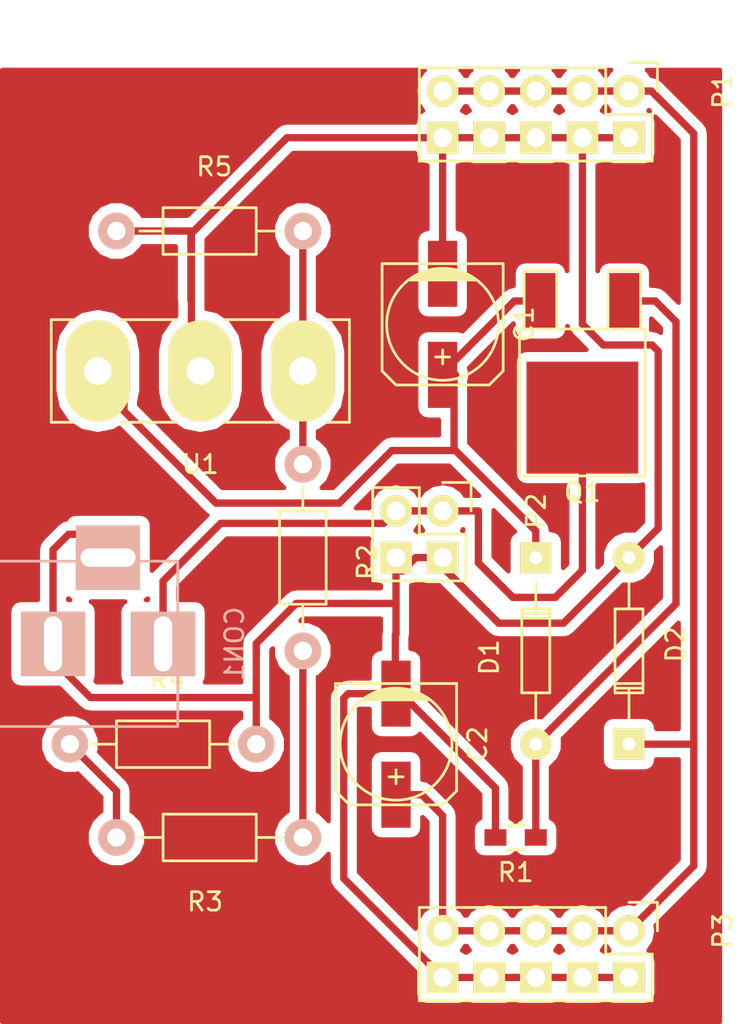
<source format=kicad_pcb>
(kicad_pcb (version 4) (host pcbnew 4.0.2+dfsg1-stable)

  (general
    (links 43)
    (no_connects 1)
    (area 135.684379 74.701666 181.535 128.498333)
    (thickness 1.6)
    (drawings 0)
    (tracks 122)
    (zones 0)
    (modules 15)
    (nets 9)
  )

  (page A4)
  (layers
    (0 F.Cu signal)
    (31 B.Cu signal hide)
    (32 B.Adhes user)
    (33 F.Adhes user)
    (34 B.Paste user)
    (35 F.Paste user)
    (36 B.SilkS user)
    (37 F.SilkS user)
    (38 B.Mask user)
    (39 F.Mask user)
    (40 Dwgs.User user)
    (41 Cmts.User user)
    (42 Eco1.User user)
    (43 Eco2.User user)
    (44 Edge.Cuts user)
    (45 Margin user)
    (46 B.CrtYd user)
    (47 F.CrtYd user)
    (48 B.Fab user)
    (49 F.Fab user)
  )

  (setup
    (last_trace_width 0.4)
    (trace_clearance 0.4)
    (zone_clearance 0.508)
    (zone_45_only no)
    (trace_min 0.2)
    (segment_width 0.2)
    (edge_width 0.15)
    (via_size 0.6)
    (via_drill 0.4)
    (via_min_size 0.4)
    (via_min_drill 0.3)
    (uvia_size 0.3)
    (uvia_drill 0.1)
    (uvias_allowed no)
    (uvia_min_size 0.2)
    (uvia_min_drill 0.1)
    (pcb_text_width 0.3)
    (pcb_text_size 1.5 1.5)
    (mod_edge_width 0.15)
    (mod_text_size 1 1)
    (mod_text_width 0.15)
    (pad_size 1.651 3.048)
    (pad_drill 0)
    (pad_to_mask_clearance 0.2)
    (aux_axis_origin 0 0)
    (visible_elements FFFFFF7F)
    (pcbplotparams
      (layerselection 0x00000_00000001)
      (usegerberextensions false)
      (excludeedgelayer true)
      (linewidth 0.100000)
      (plotframeref false)
      (viasonmask false)
      (mode 1)
      (useauxorigin false)
      (hpglpennumber 1)
      (hpglpenspeed 20)
      (hpglpendiameter 15)
      (hpglpenoverlay 2)
      (psnegative false)
      (psa4output false)
      (plotreference true)
      (plotvalue true)
      (plotinvisibletext false)
      (padsonsilk false)
      (subtractmaskfromsilk false)
      (outputformat 4)
      (mirror true)
      (drillshape 1)
      (scaleselection 1)
      (outputdirectory ""))
  )

  (net 0 "")
  (net 1 "Net-(C1-Pad1)")
  (net 2 GND)
  (net 3 "Net-(C2-Pad1)")
  (net 4 "Net-(D1-Pad2)")
  (net 5 VCC)
  (net 6 "Net-(R2-Pad1)")
  (net 7 "Net-(R2-Pad2)")
  (net 8 "Net-(R3-Pad2)")

  (net_class Default "This is the default net class."
    (clearance 0.4)
    (trace_width 0.4)
    (via_dia 0.6)
    (via_drill 0.4)
    (uvia_dia 0.3)
    (uvia_drill 0.1)
    (add_net GND)
    (add_net "Net-(C1-Pad1)")
    (add_net "Net-(C2-Pad1)")
    (add_net "Net-(D1-Pad2)")
    (add_net "Net-(R2-Pad1)")
    (add_net "Net-(R2-Pad2)")
    (add_net "Net-(R3-Pad2)")
    (add_net VCC)
  )

  (module Capacitors_SMD:c_elec_6.3x5.3 (layer F.Cu) (tedit 55725E31) (tstamp 5AAB3AA7)
    (at 165.1 88.9 270)
    (descr "SMT capacitor, aluminium electrolytic, 6.3x5.3")
    (path /5AA2005A)
    (attr smd)
    (fp_text reference C1 (at 0 -4.445 270) (layer F.SilkS)
      (effects (font (size 1 1) (thickness 0.15)))
    )
    (fp_text value "100 µF" (at 0 4.445 270) (layer F.Fab)
      (effects (font (size 1 1) (thickness 0.15)))
    )
    (fp_line (start -4.85 -3.65) (end 4.85 -3.65) (layer F.CrtYd) (width 0.05))
    (fp_line (start 4.85 -3.65) (end 4.85 3.65) (layer F.CrtYd) (width 0.05))
    (fp_line (start 4.85 3.65) (end -4.85 3.65) (layer F.CrtYd) (width 0.05))
    (fp_line (start -4.85 3.65) (end -4.85 -3.65) (layer F.CrtYd) (width 0.05))
    (fp_line (start -2.921 -0.762) (end -2.921 0.762) (layer F.SilkS) (width 0.15))
    (fp_line (start -2.794 1.143) (end -2.794 -1.143) (layer F.SilkS) (width 0.15))
    (fp_line (start -2.667 -1.397) (end -2.667 1.397) (layer F.SilkS) (width 0.15))
    (fp_line (start -2.54 1.651) (end -2.54 -1.651) (layer F.SilkS) (width 0.15))
    (fp_line (start -2.413 -1.778) (end -2.413 1.778) (layer F.SilkS) (width 0.15))
    (fp_line (start -3.302 -3.302) (end -3.302 3.302) (layer F.SilkS) (width 0.15))
    (fp_line (start -3.302 3.302) (end 2.54 3.302) (layer F.SilkS) (width 0.15))
    (fp_line (start 2.54 3.302) (end 3.302 2.54) (layer F.SilkS) (width 0.15))
    (fp_line (start 3.302 2.54) (end 3.302 -2.54) (layer F.SilkS) (width 0.15))
    (fp_line (start 3.302 -2.54) (end 2.54 -3.302) (layer F.SilkS) (width 0.15))
    (fp_line (start 2.54 -3.302) (end -3.302 -3.302) (layer F.SilkS) (width 0.15))
    (fp_line (start 2.159 0) (end 1.397 0) (layer F.SilkS) (width 0.15))
    (fp_line (start 1.778 -0.381) (end 1.778 0.381) (layer F.SilkS) (width 0.15))
    (fp_circle (center 0 0) (end -3.048 0) (layer F.SilkS) (width 0.15))
    (pad 1 smd rect (at 2.75082 0 270) (size 3.59918 1.6002) (layers F.Cu F.Paste F.Mask)
      (net 1 "Net-(C1-Pad1)"))
    (pad 2 smd rect (at -2.75082 0 270) (size 3.59918 1.6002) (layers F.Cu F.Paste F.Mask)
      (net 2 GND))
    (model Capacitors_SMD.3dshapes/c_elec_6.3x5.3.wrl
      (at (xyz 0 0 0))
      (scale (xyz 1 1 1))
      (rotate (xyz 0 0 0))
    )
  )

  (module Capacitors_SMD:c_elec_6.3x5.3 (layer F.Cu) (tedit 55725E31) (tstamp 5AAB3AAD)
    (at 162.56 111.76 270)
    (descr "SMT capacitor, aluminium electrolytic, 6.3x5.3")
    (path /5AA200EB)
    (attr smd)
    (fp_text reference C2 (at 0 -4.445 270) (layer F.SilkS)
      (effects (font (size 1 1) (thickness 0.15)))
    )
    (fp_text value "100 µF" (at 0 4.445 270) (layer F.Fab)
      (effects (font (size 1 1) (thickness 0.15)))
    )
    (fp_line (start -4.85 -3.65) (end 4.85 -3.65) (layer F.CrtYd) (width 0.05))
    (fp_line (start 4.85 -3.65) (end 4.85 3.65) (layer F.CrtYd) (width 0.05))
    (fp_line (start 4.85 3.65) (end -4.85 3.65) (layer F.CrtYd) (width 0.05))
    (fp_line (start -4.85 3.65) (end -4.85 -3.65) (layer F.CrtYd) (width 0.05))
    (fp_line (start -2.921 -0.762) (end -2.921 0.762) (layer F.SilkS) (width 0.15))
    (fp_line (start -2.794 1.143) (end -2.794 -1.143) (layer F.SilkS) (width 0.15))
    (fp_line (start -2.667 -1.397) (end -2.667 1.397) (layer F.SilkS) (width 0.15))
    (fp_line (start -2.54 1.651) (end -2.54 -1.651) (layer F.SilkS) (width 0.15))
    (fp_line (start -2.413 -1.778) (end -2.413 1.778) (layer F.SilkS) (width 0.15))
    (fp_line (start -3.302 -3.302) (end -3.302 3.302) (layer F.SilkS) (width 0.15))
    (fp_line (start -3.302 3.302) (end 2.54 3.302) (layer F.SilkS) (width 0.15))
    (fp_line (start 2.54 3.302) (end 3.302 2.54) (layer F.SilkS) (width 0.15))
    (fp_line (start 3.302 2.54) (end 3.302 -2.54) (layer F.SilkS) (width 0.15))
    (fp_line (start 3.302 -2.54) (end 2.54 -3.302) (layer F.SilkS) (width 0.15))
    (fp_line (start 2.54 -3.302) (end -3.302 -3.302) (layer F.SilkS) (width 0.15))
    (fp_line (start 2.159 0) (end 1.397 0) (layer F.SilkS) (width 0.15))
    (fp_line (start 1.778 -0.381) (end 1.778 0.381) (layer F.SilkS) (width 0.15))
    (fp_circle (center 0 0) (end -3.048 0) (layer F.SilkS) (width 0.15))
    (pad 1 smd rect (at 2.75082 0 270) (size 3.59918 1.6002) (layers F.Cu F.Paste F.Mask)
      (net 3 "Net-(C2-Pad1)"))
    (pad 2 smd rect (at -2.75082 0 270) (size 3.59918 1.6002) (layers F.Cu F.Paste F.Mask)
      (net 2 GND))
    (model Capacitors_SMD.3dshapes/c_elec_6.3x5.3.wrl
      (at (xyz 0 0 0))
      (scale (xyz 1 1 1))
      (rotate (xyz 0 0 0))
    )
  )

  (module Connect:BARREL_JACK (layer B.Cu) (tedit 0) (tstamp 5AAB3AB4)
    (at 143.66 106.299)
    (descr "DC Barrel Jack")
    (tags "Power Jack")
    (path /5AA7E818)
    (fp_text reference CON1 (at 10.09904 0 270) (layer B.SilkS)
      (effects (font (size 1 1) (thickness 0.15)) (justify mirror))
    )
    (fp_text value BARREL_JACK (at 0 5.99948) (layer B.Fab)
      (effects (font (size 1 1) (thickness 0.15)) (justify mirror))
    )
    (fp_line (start -4.0005 4.50088) (end -4.0005 -4.50088) (layer B.SilkS) (width 0.15))
    (fp_line (start -7.50062 4.50088) (end -7.50062 -4.50088) (layer B.SilkS) (width 0.15))
    (fp_line (start -7.50062 -4.50088) (end 7.00024 -4.50088) (layer B.SilkS) (width 0.15))
    (fp_line (start 7.00024 -4.50088) (end 7.00024 4.50088) (layer B.SilkS) (width 0.15))
    (fp_line (start 7.00024 4.50088) (end -7.50062 4.50088) (layer B.SilkS) (width 0.15))
    (pad 1 thru_hole rect (at 6.20014 0) (size 3.50012 3.50012) (drill oval 1.00076 2.99974) (layers *.Cu *.Mask B.SilkS)
      (net 5 VCC))
    (pad 2 thru_hole rect (at 0.20066 0) (size 3.50012 3.50012) (drill oval 1.00076 2.99974) (layers *.Cu *.Mask B.SilkS)
      (net 2 GND))
    (pad 3 thru_hole rect (at 3.2004 -4.699) (size 3.50012 3.50012) (drill oval 2.99974 1.00076) (layers *.Cu *.Mask B.SilkS)
      (net 2 GND))
  )

  (module Diodes_ThroughHole:Diode_DO-35_SOD27_Horizontal_RM10 (layer F.Cu) (tedit 552FFC30) (tstamp 5AAB3ABA)
    (at 170.177 101.599 270)
    (descr "Diode, DO-35,  SOD27, Horizontal, RM 10mm")
    (tags "Diode, DO-35, SOD27, Horizontal, RM 10mm, 1N4148,")
    (path /5AA1A9A1)
    (fp_text reference D1 (at 5.43052 2.53746 270) (layer F.SilkS)
      (effects (font (size 1 1) (thickness 0.15)))
    )
    (fp_text value ZPD5.1 (at 4.41452 -3.55854 270) (layer F.Fab)
      (effects (font (size 1 1) (thickness 0.15)))
    )
    (fp_line (start 7.36652 -0.00254) (end 8.76352 -0.00254) (layer F.SilkS) (width 0.15))
    (fp_line (start 2.92152 -0.00254) (end 1.39752 -0.00254) (layer F.SilkS) (width 0.15))
    (fp_line (start 3.30252 -0.76454) (end 3.30252 0.75946) (layer F.SilkS) (width 0.15))
    (fp_line (start 3.04852 -0.76454) (end 3.04852 0.75946) (layer F.SilkS) (width 0.15))
    (fp_line (start 2.79452 -0.00254) (end 2.79452 0.75946) (layer F.SilkS) (width 0.15))
    (fp_line (start 2.79452 0.75946) (end 7.36652 0.75946) (layer F.SilkS) (width 0.15))
    (fp_line (start 7.36652 0.75946) (end 7.36652 -0.76454) (layer F.SilkS) (width 0.15))
    (fp_line (start 7.36652 -0.76454) (end 2.79452 -0.76454) (layer F.SilkS) (width 0.15))
    (fp_line (start 2.79452 -0.76454) (end 2.79452 -0.00254) (layer F.SilkS) (width 0.15))
    (pad 2 thru_hole circle (at 10.16052 -0.00254 90) (size 1.69926 1.69926) (drill 0.70104) (layers *.Cu *.Mask F.SilkS)
      (net 4 "Net-(D1-Pad2)"))
    (pad 1 thru_hole rect (at 0.00052 -0.00254 90) (size 1.69926 1.69926) (drill 0.70104) (layers *.Cu *.Mask F.SilkS)
      (net 1 "Net-(C1-Pad1)"))
    (model Diodes_ThroughHole.3dshapes/Diode_DO-35_SOD27_Horizontal_RM10.wrl
      (at (xyz 0.2 0 0))
      (scale (xyz 0.4 0.4 0.4))
      (rotate (xyz 0 0 180))
    )
  )

  (module Diodes_ThroughHole:Diode_DO-35_SOD27_Horizontal_RM10 (layer F.Cu) (tedit 552FFC30) (tstamp 5AAB3AC0)
    (at 175.263 111.761 90)
    (descr "Diode, DO-35,  SOD27, Horizontal, RM 10mm")
    (tags "Diode, DO-35, SOD27, Horizontal, RM 10mm, 1N4148,")
    (path /5AAB5CD9)
    (fp_text reference D2 (at 5.43052 2.53746 90) (layer F.SilkS)
      (effects (font (size 1 1) (thickness 0.15)))
    )
    (fp_text value ZPD6.2 (at 4.41452 -5.08254 90) (layer F.Fab)
      (effects (font (size 1 1) (thickness 0.15)))
    )
    (fp_line (start 7.36652 -0.00254) (end 8.76352 -0.00254) (layer F.SilkS) (width 0.15))
    (fp_line (start 2.92152 -0.00254) (end 1.39752 -0.00254) (layer F.SilkS) (width 0.15))
    (fp_line (start 3.30252 -0.76454) (end 3.30252 0.75946) (layer F.SilkS) (width 0.15))
    (fp_line (start 3.04852 -0.76454) (end 3.04852 0.75946) (layer F.SilkS) (width 0.15))
    (fp_line (start 2.79452 -0.00254) (end 2.79452 0.75946) (layer F.SilkS) (width 0.15))
    (fp_line (start 2.79452 0.75946) (end 7.36652 0.75946) (layer F.SilkS) (width 0.15))
    (fp_line (start 7.36652 0.75946) (end 7.36652 -0.76454) (layer F.SilkS) (width 0.15))
    (fp_line (start 7.36652 -0.76454) (end 2.79452 -0.76454) (layer F.SilkS) (width 0.15))
    (fp_line (start 2.79452 -0.76454) (end 2.79452 -0.00254) (layer F.SilkS) (width 0.15))
    (pad 2 thru_hole circle (at 10.16052 -0.00254 270) (size 1.69926 1.69926) (drill 0.70104) (layers *.Cu *.Mask F.SilkS)
      (net 2 GND))
    (pad 1 thru_hole rect (at 0.00052 -0.00254 270) (size 1.69926 1.69926) (drill 0.70104) (layers *.Cu *.Mask F.SilkS)
      (net 3 "Net-(C2-Pad1)"))
    (model Diodes_ThroughHole.3dshapes/Diode_DO-35_SOD27_Horizontal_RM10.wrl
      (at (xyz 0.2 0 0))
      (scale (xyz 0.4 0.4 0.4))
      (rotate (xyz 0 0 180))
    )
  )

  (module Pin_Headers:Pin_Header_Straight_2x05 (layer F.Cu) (tedit 5AAB3B93) (tstamp 5AAB3ACE)
    (at 175.26 76.2 270)
    (descr "Through hole pin header")
    (tags "pin header")
    (path /5AAB5FCD)
    (fp_text reference P1 (at 0 -5.1 270) (layer F.SilkS)
      (effects (font (size 1 1) (thickness 0.15)))
    )
    (fp_text value CONN_02X05 (at 0 -3.1 270) (layer F.Fab)
      (effects (font (size 1 1) (thickness 0.15)))
    )
    (fp_line (start -1.75 -1.75) (end -1.75 11.95) (layer F.CrtYd) (width 0.05))
    (fp_line (start 4.3 -1.75) (end 4.3 11.95) (layer F.CrtYd) (width 0.05))
    (fp_line (start -1.75 -1.75) (end 4.3 -1.75) (layer F.CrtYd) (width 0.05))
    (fp_line (start -1.75 11.95) (end 4.3 11.95) (layer F.CrtYd) (width 0.05))
    (fp_line (start 3.81 -1.27) (end 3.81 11.43) (layer F.SilkS) (width 0.15))
    (fp_line (start 3.81 11.43) (end -1.27 11.43) (layer F.SilkS) (width 0.15))
    (fp_line (start -1.27 11.43) (end -1.27 1.27) (layer F.SilkS) (width 0.15))
    (fp_line (start 3.81 -1.27) (end 1.27 -1.27) (layer F.SilkS) (width 0.15))
    (fp_line (start 0 -1.55) (end -1.55 -1.55) (layer F.SilkS) (width 0.15))
    (fp_line (start 1.27 -1.27) (end 1.27 1.27) (layer F.SilkS) (width 0.15))
    (fp_line (start 1.27 1.27) (end -1.27 1.27) (layer F.SilkS) (width 0.15))
    (fp_line (start -1.55 -1.55) (end -1.55 0) (layer F.SilkS) (width 0.15))
    (pad 1 thru_hole oval (at 0 0 270) (size 1.7272 1.7272) (drill 1.016) (layers *.Cu *.Mask F.SilkS)
      (net 3 "Net-(C2-Pad1)"))
    (pad 2 thru_hole rect (at 2.54 0 270) (size 1.7272 1.7272) (drill 1.016) (layers *.Cu *.Mask F.SilkS)
      (net 2 GND))
    (pad 3 thru_hole oval (at 0 2.54 270) (size 1.7272 1.7272) (drill 1.016) (layers *.Cu *.Mask F.SilkS)
      (net 3 "Net-(C2-Pad1)"))
    (pad 4 thru_hole rect (at 2.54 2.54 270) (size 1.7272 1.7272) (drill 1.016) (layers *.Cu *.Mask F.SilkS)
      (net 2 GND))
    (pad 5 thru_hole oval (at 0 5.08 270) (size 1.7272 1.7272) (drill 1.016) (layers *.Cu *.Mask F.SilkS)
      (net 3 "Net-(C2-Pad1)"))
    (pad 6 thru_hole rect (at 2.54 5.08 270) (size 1.7272 1.7272) (drill 1.016) (layers *.Cu *.Mask F.SilkS)
      (net 2 GND))
    (pad 7 thru_hole oval (at 0 7.62 270) (size 1.7272 1.7272) (drill 1.016) (layers *.Cu *.Mask F.SilkS)
      (net 3 "Net-(C2-Pad1)"))
    (pad 8 thru_hole rect (at 2.54 7.62 270) (size 1.7272 1.7272) (drill 1.016) (layers *.Cu *.Mask F.SilkS)
      (net 2 GND))
    (pad 9 thru_hole oval (at 0 10.16 270) (size 1.7272 1.7272) (drill 1.016) (layers *.Cu *.Mask F.SilkS)
      (net 3 "Net-(C2-Pad1)"))
    (pad 10 thru_hole rect (at 2.54 10.16 270) (size 1.7272 1.7272) (drill 1.016) (layers *.Cu *.Mask F.SilkS)
      (net 2 GND))
    (model Pin_Headers.3dshapes/Pin_Header_Straight_2x05.wrl
      (at (xyz 0.05 -0.2 0))
      (scale (xyz 1 1 1))
      (rotate (xyz 0 0 90))
    )
  )

  (module Pin_Headers:Pin_Header_Straight_2x02 (layer F.Cu) (tedit 5AAB3DEB) (tstamp 5AAB3AD6)
    (at 165.1 99.06 270)
    (descr "Through hole pin header")
    (tags "pin header")
    (path /5AA1AE06)
    (fp_text reference P2 (at 0 -5.1 270) (layer F.SilkS)
      (effects (font (size 1 1) (thickness 0.15)))
    )
    (fp_text value CONN_02X02 (at 0 -3.1 270) (layer F.Fab)
      (effects (font (size 1 1) (thickness 0.15)))
    )
    (fp_line (start -1.75 -1.75) (end -1.75 4.3) (layer F.CrtYd) (width 0.05))
    (fp_line (start 4.3 -1.75) (end 4.3 4.3) (layer F.CrtYd) (width 0.05))
    (fp_line (start -1.75 -1.75) (end 4.3 -1.75) (layer F.CrtYd) (width 0.05))
    (fp_line (start -1.75 4.3) (end 4.3 4.3) (layer F.CrtYd) (width 0.05))
    (fp_line (start -1.55 0) (end -1.55 -1.55) (layer F.SilkS) (width 0.15))
    (fp_line (start 0 -1.55) (end -1.55 -1.55) (layer F.SilkS) (width 0.15))
    (fp_line (start -1.27 1.27) (end 1.27 1.27) (layer F.SilkS) (width 0.15))
    (fp_line (start 1.27 1.27) (end 1.27 -1.27) (layer F.SilkS) (width 0.15))
    (fp_line (start 1.27 -1.27) (end 3.81 -1.27) (layer F.SilkS) (width 0.15))
    (fp_line (start 3.81 -1.27) (end 3.81 3.81) (layer F.SilkS) (width 0.15))
    (fp_line (start 3.81 3.81) (end -1.27 3.81) (layer F.SilkS) (width 0.15))
    (fp_line (start -1.27 3.81) (end -1.27 1.27) (layer F.SilkS) (width 0.15))
    (pad 1 thru_hole oval (at 0 0 270) (size 1.7272 1.7272) (drill 1.016) (layers *.Cu *.Mask F.SilkS)
      (net 5 VCC))
    (pad 2 thru_hole rect (at 2.54 0 270) (size 1.7272 1.7272) (drill 1.016) (layers *.Cu *.Mask F.SilkS)
      (net 2 GND))
    (pad 3 thru_hole oval (at 0 2.54 270) (size 1.7272 1.7272) (drill 1.016) (layers *.Cu *.Mask F.SilkS)
      (net 5 VCC))
    (pad 4 thru_hole rect (at 2.54 2.54 270) (size 1.7272 1.7272) (drill 1.016) (layers *.Cu *.Mask F.SilkS)
      (net 2 GND))
    (model Pin_Headers.3dshapes/Pin_Header_Straight_2x02.wrl
      (at (xyz 0.05 -0.05 0))
      (scale (xyz 1 1 1))
      (rotate (xyz 0 0 90))
    )
  )

  (module Pin_Headers:Pin_Header_Straight_2x05 (layer F.Cu) (tedit 5AAB3B9A) (tstamp 5AAB3AE4)
    (at 175.26 121.92 270)
    (descr "Through hole pin header")
    (tags "pin header")
    (path /5AAB60F2)
    (fp_text reference P3 (at 0 -5.1 270) (layer F.SilkS)
      (effects (font (size 1 1) (thickness 0.15)))
    )
    (fp_text value CONN_02X05 (at 0 -3.1 270) (layer F.Fab)
      (effects (font (size 1 1) (thickness 0.15)))
    )
    (fp_line (start -1.75 -1.75) (end -1.75 11.95) (layer F.CrtYd) (width 0.05))
    (fp_line (start 4.3 -1.75) (end 4.3 11.95) (layer F.CrtYd) (width 0.05))
    (fp_line (start -1.75 -1.75) (end 4.3 -1.75) (layer F.CrtYd) (width 0.05))
    (fp_line (start -1.75 11.95) (end 4.3 11.95) (layer F.CrtYd) (width 0.05))
    (fp_line (start 3.81 -1.27) (end 3.81 11.43) (layer F.SilkS) (width 0.15))
    (fp_line (start 3.81 11.43) (end -1.27 11.43) (layer F.SilkS) (width 0.15))
    (fp_line (start -1.27 11.43) (end -1.27 1.27) (layer F.SilkS) (width 0.15))
    (fp_line (start 3.81 -1.27) (end 1.27 -1.27) (layer F.SilkS) (width 0.15))
    (fp_line (start 0 -1.55) (end -1.55 -1.55) (layer F.SilkS) (width 0.15))
    (fp_line (start 1.27 -1.27) (end 1.27 1.27) (layer F.SilkS) (width 0.15))
    (fp_line (start 1.27 1.27) (end -1.27 1.27) (layer F.SilkS) (width 0.15))
    (fp_line (start -1.55 -1.55) (end -1.55 0) (layer F.SilkS) (width 0.15))
    (pad 1 thru_hole oval (at 0 0 270) (size 1.7272 1.7272) (drill 1.016) (layers *.Cu *.Mask F.SilkS)
      (net 3 "Net-(C2-Pad1)"))
    (pad 2 thru_hole rect (at 2.54 0 270) (size 1.7272 1.7272) (drill 1.016) (layers *.Cu *.Mask F.SilkS)
      (net 2 GND))
    (pad 3 thru_hole oval (at 0 2.54 270) (size 1.7272 1.7272) (drill 1.016) (layers *.Cu *.Mask F.SilkS)
      (net 3 "Net-(C2-Pad1)"))
    (pad 4 thru_hole rect (at 2.54 2.54 270) (size 1.7272 1.7272) (drill 1.016) (layers *.Cu *.Mask F.SilkS)
      (net 2 GND))
    (pad 5 thru_hole oval (at 0 5.08 270) (size 1.7272 1.7272) (drill 1.016) (layers *.Cu *.Mask F.SilkS)
      (net 3 "Net-(C2-Pad1)"))
    (pad 6 thru_hole rect (at 2.54 5.08 270) (size 1.7272 1.7272) (drill 1.016) (layers *.Cu *.Mask F.SilkS)
      (net 2 GND))
    (pad 7 thru_hole oval (at 0 7.62 270) (size 1.7272 1.7272) (drill 1.016) (layers *.Cu *.Mask F.SilkS)
      (net 3 "Net-(C2-Pad1)"))
    (pad 8 thru_hole rect (at 2.54 7.62 270) (size 1.7272 1.7272) (drill 1.016) (layers *.Cu *.Mask F.SilkS)
      (net 2 GND))
    (pad 9 thru_hole oval (at 0 10.16 270) (size 1.7272 1.7272) (drill 1.016) (layers *.Cu *.Mask F.SilkS)
      (net 3 "Net-(C2-Pad1)"))
    (pad 10 thru_hole rect (at 2.54 10.16 270) (size 1.7272 1.7272) (drill 1.016) (layers *.Cu *.Mask F.SilkS)
      (net 2 GND))
    (model Pin_Headers.3dshapes/Pin_Header_Straight_2x05.wrl
      (at (xyz 0.05 -0.2 0))
      (scale (xyz 1 1 1))
      (rotate (xyz 0 0 90))
    )
  )

  (module TO_SOT_Packages_SMD:TO-252-2Lead (layer F.Cu) (tedit 5AAB4478) (tstamp 5AAB3AEB)
    (at 172.72 87.63 180)
    (descr "DPAK / TO-252 2-lead smd package")
    (tags "dpak TO-252")
    (path /5AA1A8CA)
    (attr smd)
    (fp_text reference Q1 (at 0 -10.414 180) (layer F.SilkS)
      (effects (font (size 1 1) (thickness 0.15)))
    )
    (fp_text value FR5305 (at 0 -2.413 180) (layer F.Fab)
      (effects (font (size 1 1) (thickness 0.15)))
    )
    (fp_line (start 1.397 -1.524) (end 1.397 1.651) (layer F.SilkS) (width 0.15))
    (fp_line (start 1.397 1.651) (end 3.175 1.651) (layer F.SilkS) (width 0.15))
    (fp_line (start 3.175 1.651) (end 3.175 -1.524) (layer F.SilkS) (width 0.15))
    (fp_line (start -3.175 -1.524) (end -3.175 1.651) (layer F.SilkS) (width 0.15))
    (fp_line (start -3.175 1.651) (end -1.397 1.651) (layer F.SilkS) (width 0.15))
    (fp_line (start -1.397 1.651) (end -1.397 -1.524) (layer F.SilkS) (width 0.15))
    (fp_line (start 3.429 -7.62) (end 3.429 -1.524) (layer F.SilkS) (width 0.15))
    (fp_line (start 3.429 -1.524) (end -3.429 -1.524) (layer F.SilkS) (width 0.15))
    (fp_line (start -3.429 -1.524) (end -3.429 -9.398) (layer F.SilkS) (width 0.15))
    (fp_line (start -3.429 -9.525) (end 3.429 -9.525) (layer F.SilkS) (width 0.15))
    (fp_line (start 3.429 -9.398) (end 3.429 -7.62) (layer F.SilkS) (width 0.15))
    (pad G smd rect (at -2.286 0 180) (size 1.651 3.048) (layers F.Cu F.Paste F.Mask)
      (net 4 "Net-(D1-Pad2)"))
    (pad D smd rect (at 0 -6.35 180) (size 6.096 6.096) (layers F.Cu F.Paste F.Mask)
      (net 5 VCC))
    (pad S smd rect (at 2.286 0 180) (size 1.651 3.048) (layers F.Cu F.Paste F.Mask)
      (net 1 "Net-(C1-Pad1)"))
    (model TO_SOT_Packages_SMD.3dshapes/TO-252-2Lead.wrl
      (at (xyz 0 0 0))
      (scale (xyz 1 1 1))
      (rotate (xyz 0 0 0))
    )
  )

  (module Resistors_SMD:R_0603_HandSoldering (layer F.Cu) (tedit 5418A00F) (tstamp 5AAB3AF1)
    (at 169.08 116.84 180)
    (descr "Resistor SMD 0603, hand soldering")
    (tags "resistor 0603")
    (path /5AA1AA56)
    (attr smd)
    (fp_text reference R1 (at 0 -1.9 180) (layer F.SilkS)
      (effects (font (size 1 1) (thickness 0.15)))
    )
    (fp_text value 100k (at 0 1.9 180) (layer F.Fab)
      (effects (font (size 1 1) (thickness 0.15)))
    )
    (fp_line (start -2 -0.8) (end 2 -0.8) (layer F.CrtYd) (width 0.05))
    (fp_line (start -2 0.8) (end 2 0.8) (layer F.CrtYd) (width 0.05))
    (fp_line (start -2 -0.8) (end -2 0.8) (layer F.CrtYd) (width 0.05))
    (fp_line (start 2 -0.8) (end 2 0.8) (layer F.CrtYd) (width 0.05))
    (fp_line (start 0.5 0.675) (end -0.5 0.675) (layer F.SilkS) (width 0.15))
    (fp_line (start -0.5 -0.675) (end 0.5 -0.675) (layer F.SilkS) (width 0.15))
    (pad 1 smd rect (at -1.1 0 180) (size 1.2 0.9) (layers F.Cu F.Paste F.Mask)
      (net 4 "Net-(D1-Pad2)"))
    (pad 2 smd rect (at 1.1 0 180) (size 1.2 0.9) (layers F.Cu F.Paste F.Mask)
      (net 2 GND))
    (model Resistors_SMD.3dshapes/R_0603_HandSoldering.wrl
      (at (xyz 0 0 0))
      (scale (xyz 1 1 1))
      (rotate (xyz 0 0 0))
    )
  )

  (module Resistors_ThroughHole:Resistor_Horizontal_RM10mm (layer F.Cu) (tedit 56648415) (tstamp 5AAB3AF7)
    (at 157.48 96.52 270)
    (descr "Resistor, Axial,  RM 10mm, 1/3W")
    (tags "Resistor Axial RM 10mm 1/3W")
    (path /5AAB3BE8)
    (fp_text reference R2 (at 5.32892 -3.50012 270) (layer F.SilkS)
      (effects (font (size 1 1) (thickness 0.15)))
    )
    (fp_text value 120 (at 5.08 3.81 270) (layer F.Fab)
      (effects (font (size 1 1) (thickness 0.15)))
    )
    (fp_line (start -1.25 -1.5) (end 11.4 -1.5) (layer F.CrtYd) (width 0.05))
    (fp_line (start -1.25 1.5) (end -1.25 -1.5) (layer F.CrtYd) (width 0.05))
    (fp_line (start 11.4 -1.5) (end 11.4 1.5) (layer F.CrtYd) (width 0.05))
    (fp_line (start -1.25 1.5) (end 11.4 1.5) (layer F.CrtYd) (width 0.05))
    (fp_line (start 2.54 -1.27) (end 7.62 -1.27) (layer F.SilkS) (width 0.15))
    (fp_line (start 7.62 -1.27) (end 7.62 1.27) (layer F.SilkS) (width 0.15))
    (fp_line (start 7.62 1.27) (end 2.54 1.27) (layer F.SilkS) (width 0.15))
    (fp_line (start 2.54 1.27) (end 2.54 -1.27) (layer F.SilkS) (width 0.15))
    (fp_line (start 2.54 0) (end 1.27 0) (layer F.SilkS) (width 0.15))
    (fp_line (start 7.62 0) (end 8.89 0) (layer F.SilkS) (width 0.15))
    (pad 1 thru_hole circle (at 0 0 270) (size 1.99898 1.99898) (drill 1.00076) (layers *.Cu *.SilkS *.Mask)
      (net 6 "Net-(R2-Pad1)"))
    (pad 2 thru_hole circle (at 10.16 0 270) (size 1.99898 1.99898) (drill 1.00076) (layers *.Cu *.SilkS *.Mask)
      (net 7 "Net-(R2-Pad2)"))
    (model Resistors_ThroughHole.3dshapes/Resistor_Horizontal_RM10mm.wrl
      (at (xyz 0 0 0))
      (scale (xyz 0.4 0.4 0.4))
      (rotate (xyz 0 0 0))
    )
  )

  (module Resistors_ThroughHole:Resistor_Horizontal_RM10mm (layer F.Cu) (tedit 56648415) (tstamp 5AAB3AFD)
    (at 157.48 116.84 180)
    (descr "Resistor, Axial,  RM 10mm, 1/3W")
    (tags "Resistor Axial RM 10mm 1/3W")
    (path /5AAB3C4C)
    (fp_text reference R3 (at 5.32892 -3.50012 180) (layer F.SilkS)
      (effects (font (size 1 1) (thickness 0.15)))
    )
    (fp_text value 120 (at 5.08 3.81 180) (layer F.Fab)
      (effects (font (size 1 1) (thickness 0.15)))
    )
    (fp_line (start -1.25 -1.5) (end 11.4 -1.5) (layer F.CrtYd) (width 0.05))
    (fp_line (start -1.25 1.5) (end -1.25 -1.5) (layer F.CrtYd) (width 0.05))
    (fp_line (start 11.4 -1.5) (end 11.4 1.5) (layer F.CrtYd) (width 0.05))
    (fp_line (start -1.25 1.5) (end 11.4 1.5) (layer F.CrtYd) (width 0.05))
    (fp_line (start 2.54 -1.27) (end 7.62 -1.27) (layer F.SilkS) (width 0.15))
    (fp_line (start 7.62 -1.27) (end 7.62 1.27) (layer F.SilkS) (width 0.15))
    (fp_line (start 7.62 1.27) (end 2.54 1.27) (layer F.SilkS) (width 0.15))
    (fp_line (start 2.54 1.27) (end 2.54 -1.27) (layer F.SilkS) (width 0.15))
    (fp_line (start 2.54 0) (end 1.27 0) (layer F.SilkS) (width 0.15))
    (fp_line (start 7.62 0) (end 8.89 0) (layer F.SilkS) (width 0.15))
    (pad 1 thru_hole circle (at 0 0 180) (size 1.99898 1.99898) (drill 1.00076) (layers *.Cu *.SilkS *.Mask)
      (net 7 "Net-(R2-Pad2)"))
    (pad 2 thru_hole circle (at 10.16 0 180) (size 1.99898 1.99898) (drill 1.00076) (layers *.Cu *.SilkS *.Mask)
      (net 8 "Net-(R3-Pad2)"))
    (model Resistors_ThroughHole.3dshapes/Resistor_Horizontal_RM10mm.wrl
      (at (xyz 0 0 0))
      (scale (xyz 0.4 0.4 0.4))
      (rotate (xyz 0 0 0))
    )
  )

  (module Resistors_ThroughHole:Resistor_Horizontal_RM10mm (layer F.Cu) (tedit 56648415) (tstamp 5AAB3B03)
    (at 144.78 111.76)
    (descr "Resistor, Axial,  RM 10mm, 1/3W")
    (tags "Resistor Axial RM 10mm 1/3W")
    (path /5AAB3D28)
    (fp_text reference R4 (at 5.32892 -3.50012) (layer F.SilkS)
      (effects (font (size 1 1) (thickness 0.15)))
    )
    (fp_text value 120 (at 5.08 3.81) (layer F.Fab)
      (effects (font (size 1 1) (thickness 0.15)))
    )
    (fp_line (start -1.25 -1.5) (end 11.4 -1.5) (layer F.CrtYd) (width 0.05))
    (fp_line (start -1.25 1.5) (end -1.25 -1.5) (layer F.CrtYd) (width 0.05))
    (fp_line (start 11.4 -1.5) (end 11.4 1.5) (layer F.CrtYd) (width 0.05))
    (fp_line (start -1.25 1.5) (end 11.4 1.5) (layer F.CrtYd) (width 0.05))
    (fp_line (start 2.54 -1.27) (end 7.62 -1.27) (layer F.SilkS) (width 0.15))
    (fp_line (start 7.62 -1.27) (end 7.62 1.27) (layer F.SilkS) (width 0.15))
    (fp_line (start 7.62 1.27) (end 2.54 1.27) (layer F.SilkS) (width 0.15))
    (fp_line (start 2.54 1.27) (end 2.54 -1.27) (layer F.SilkS) (width 0.15))
    (fp_line (start 2.54 0) (end 1.27 0) (layer F.SilkS) (width 0.15))
    (fp_line (start 7.62 0) (end 8.89 0) (layer F.SilkS) (width 0.15))
    (pad 1 thru_hole circle (at 0 0) (size 1.99898 1.99898) (drill 1.00076) (layers *.Cu *.SilkS *.Mask)
      (net 8 "Net-(R3-Pad2)"))
    (pad 2 thru_hole circle (at 10.16 0) (size 1.99898 1.99898) (drill 1.00076) (layers *.Cu *.SilkS *.Mask)
      (net 2 GND))
    (model Resistors_ThroughHole.3dshapes/Resistor_Horizontal_RM10mm.wrl
      (at (xyz 0 0 0))
      (scale (xyz 0.4 0.4 0.4))
      (rotate (xyz 0 0 0))
    )
  )

  (module Resistors_ThroughHole:Resistor_Horizontal_RM10mm (layer F.Cu) (tedit 56648415) (tstamp 5AAB3B09)
    (at 147.32 83.82)
    (descr "Resistor, Axial,  RM 10mm, 1/3W")
    (tags "Resistor Axial RM 10mm 1/3W")
    (path /5AAB3487)
    (fp_text reference R5 (at 5.32892 -3.50012) (layer F.SilkS)
      (effects (font (size 1 1) (thickness 0.15)))
    )
    (fp_text value 120 (at 5.08 3.81) (layer F.Fab)
      (effects (font (size 1 1) (thickness 0.15)))
    )
    (fp_line (start -1.25 -1.5) (end 11.4 -1.5) (layer F.CrtYd) (width 0.05))
    (fp_line (start -1.25 1.5) (end -1.25 -1.5) (layer F.CrtYd) (width 0.05))
    (fp_line (start 11.4 -1.5) (end 11.4 1.5) (layer F.CrtYd) (width 0.05))
    (fp_line (start -1.25 1.5) (end 11.4 1.5) (layer F.CrtYd) (width 0.05))
    (fp_line (start 2.54 -1.27) (end 7.62 -1.27) (layer F.SilkS) (width 0.15))
    (fp_line (start 7.62 -1.27) (end 7.62 1.27) (layer F.SilkS) (width 0.15))
    (fp_line (start 7.62 1.27) (end 2.54 1.27) (layer F.SilkS) (width 0.15))
    (fp_line (start 2.54 1.27) (end 2.54 -1.27) (layer F.SilkS) (width 0.15))
    (fp_line (start 2.54 0) (end 1.27 0) (layer F.SilkS) (width 0.15))
    (fp_line (start 7.62 0) (end 8.89 0) (layer F.SilkS) (width 0.15))
    (pad 1 thru_hole circle (at 0 0) (size 1.99898 1.99898) (drill 1.00076) (layers *.Cu *.SilkS *.Mask)
      (net 3 "Net-(C2-Pad1)"))
    (pad 2 thru_hole circle (at 10.16 0) (size 1.99898 1.99898) (drill 1.00076) (layers *.Cu *.SilkS *.Mask)
      (net 6 "Net-(R2-Pad1)"))
    (model Resistors_ThroughHole.3dshapes/Resistor_Horizontal_RM10mm.wrl
      (at (xyz 0 0 0))
      (scale (xyz 0.4 0.4 0.4))
      (rotate (xyz 0 0 0))
    )
  )

  (module TO_SOT_Packages_THT:TO-247_Vertical_Neutral123_largePads (layer F.Cu) (tedit 5AAB3F45) (tstamp 5AAB3B10)
    (at 151.892 91.44 180)
    (descr "TO-247 TO-218 TOP-3 FET 1=Gate 2=Drain 3=Source Vertical, large Pads")
    (tags "Transistor FET TO-247 TO-218 TOP-3 Vertical")
    (path /5AAB33D6)
    (fp_text reference U1 (at 0 -5.08 180) (layer F.SilkS)
      (effects (font (size 1 1) (thickness 0.15)))
    )
    (fp_text value LT1084 (at -1.016 8.128 180) (layer F.Fab)
      (effects (font (size 1 1) (thickness 0.15)))
    )
    (fp_line (start 6.858 2.794) (end 8.128 2.794) (layer F.SilkS) (width 0.15))
    (fp_line (start 1.27 2.794) (end 4.318 2.794) (layer F.SilkS) (width 0.15))
    (fp_line (start -4.318 2.794) (end -1.27 2.794) (layer F.SilkS) (width 0.15))
    (fp_line (start -6.858 2.794) (end -8.128 2.794) (layer F.SilkS) (width 0.15))
    (fp_line (start 6.858 -2.794) (end 8.128 -2.794) (layer F.SilkS) (width 0.15))
    (fp_line (start 1.27 -2.794) (end 4.318 -2.794) (layer F.SilkS) (width 0.15))
    (fp_line (start -4.318 -2.794) (end -1.27 -2.794) (layer F.SilkS) (width 0.15))
    (fp_line (start -6.858 -2.794) (end -8.128 -2.794) (layer F.SilkS) (width 0.15))
    (fp_line (start 8.128 2.794) (end 8.128 -2.794) (layer F.SilkS) (width 0.15))
    (fp_line (start -8.128 -2.794) (end -8.128 2.794) (layer F.SilkS) (width 0.15))
    (pad OUT thru_hole oval (at 0 0 270) (size 5.50164 3.50012) (drill 1.50114) (layers *.Cu *.Mask F.SilkS)
      (net 3 "Net-(C2-Pad1)"))
    (pad ADJ thru_hole oval (at -5.588 0 270) (size 5.50164 3.50012) (drill 1.50114) (layers *.Cu *.Mask F.SilkS)
      (net 6 "Net-(R2-Pad1)"))
    (pad IN thru_hole oval (at 5.588 0 270) (size 5.50164 3.50012) (drill 1.50114) (layers *.Cu *.Mask F.SilkS)
      (net 1 "Net-(C1-Pad1)"))
  )

  (segment (start 146.304 91.44) (end 147.726066 91.44) (width 0.4) (layer F.Cu) (net 1))
  (segment (start 147.726066 93.616745) (end 152.742577 98.633256) (width 0.4) (layer F.Cu) (net 1))
  (segment (start 147.726066 91.44) (end 147.726066 93.616745) (width 0.4) (layer F.Cu) (net 1))
  (segment (start 152.742577 98.633256) (end 159.466275 98.633256) (width 0.4) (layer F.Cu) (net 1))
  (segment (start 159.466275 98.633256) (end 162.329231 95.7703) (width 0.4) (layer F.Cu) (net 1))
  (segment (start 162.329231 95.7703) (end 165.8002 95.7703) (width 0.4) (layer F.Cu) (net 1))
  (segment (start 165.8002 91.6508) (end 165.72439 91.72661) (width 0.4) (layer F.Cu) (net 1))
  (segment (start 165.72439 91.72661) (end 165.72439 95.69449) (width 0.4) (layer F.Cu) (net 1))
  (segment (start 165.72439 95.69449) (end 165.8002 95.7703) (width 0.4) (layer F.Cu) (net 1))
  (segment (start 165.8002 91.6508) (end 165.307612 91.6508) (width 0.4) (layer F.Cu) (net 1))
  (segment (start 165.307612 91.6508) (end 165.307612 91.330588) (width 0.4) (layer F.Cu) (net 1))
  (segment (start 169.0082 87.63) (end 170.434 87.63) (width 0.4) (layer F.Cu) (net 1))
  (segment (start 165.307612 91.330588) (end 169.0082 87.63) (width 0.4) (layer F.Cu) (net 1))
  (segment (start 165.1 91.6508) (end 165.8002 91.6508) (width 0.4) (layer F.Cu) (net 1))
  (segment (start 170.1795 101.5995) (end 170.1795 100.1496) (width 0.4) (layer F.Cu) (net 1))
  (segment (start 165.8002 95.7703) (end 170.1795 100.1496) (width 0.4) (layer F.Cu) (net 1))
  (segment (start 172.72 81.28) (end 172.72 78.74) (width 0.4) (layer F.Cu) (net 2))
  (segment (start 165.1 81.28) (end 165.1 79.54001) (width 0.4) (layer F.Cu) (net 2))
  (segment (start 154.94 111.76) (end 154.94 109.22) (width 0.4) (layer F.Cu) (net 2))
  (segment (start 145.9016 109.22) (end 154.94 109.22) (width 0.4) (layer F.Cu) (net 2))
  (segment (start 154.94 109.22) (end 154.94 106.9575) (width 0.4) (layer F.Cu) (net 2))
  (segment (start 143.86066 105.029) (end 143.86066 107.17906) (width 0.4) (layer F.Cu) (net 2))
  (segment (start 143.86066 107.17906) (end 145.9016 109.22) (width 0.4) (layer F.Cu) (net 2))
  (segment (start 146.8604 100.33) (end 144.71034 100.33) (width 0.4) (layer F.Cu) (net 2))
  (segment (start 144.71034 100.33) (end 143.86066 101.17968) (width 0.4) (layer F.Cu) (net 2))
  (segment (start 143.86066 101.17968) (end 143.86066 102.87894) (width 0.4) (layer F.Cu) (net 2))
  (segment (start 143.86066 102.87894) (end 143.86066 105.029) (width 0.4) (layer F.Cu) (net 2))
  (segment (start 164.5823 101.6) (end 168.155612 105.173312) (width 0.4) (layer F.Cu) (net 2))
  (segment (start 171.687688 105.173312) (end 176.85334 100.00766) (width 0.4) (layer F.Cu) (net 2))
  (segment (start 168.155612 105.173312) (end 171.687688 105.173312) (width 0.4) (layer F.Cu) (net 2))
  (segment (start 176.85334 100.00766) (end 176.85334 90.359953) (width 0.4) (layer F.Cu) (net 2))
  (segment (start 176.85334 90.359953) (end 176.519335 90.025948) (width 0.4) (layer F.Cu) (net 2))
  (segment (start 176.519335 90.025948) (end 173.856382 90.025948) (width 0.4) (layer F.Cu) (net 2))
  (segment (start 173.856382 90.025948) (end 172.72 88.889566) (width 0.4) (layer F.Cu) (net 2))
  (segment (start 172.72 88.889566) (end 172.72 81.28) (width 0.4) (layer F.Cu) (net 2))
  (segment (start 162.56 104.14) (end 162.56 105.76706) (width 0.4) (layer F.Cu) (net 2))
  (segment (start 162.56 105.76706) (end 162.52361 105.80345) (width 0.4) (layer F.Cu) (net 2))
  (segment (start 162.52361 105.80345) (end 162.52361 108.675149) (width 0.4) (layer F.Cu) (net 2))
  (segment (start 162.52361 108.675149) (end 162.850843 109.002382) (width 0.4) (layer F.Cu) (net 2))
  (segment (start 162.850843 109.002382) (end 162.844025 109.0092) (width 0.4) (layer F.Cu) (net 2))
  (segment (start 160.02 104.096261) (end 160.7873 104.096261) (width 0.4) (layer F.Cu) (net 2))
  (segment (start 157.123852 104.096261) (end 160.02 104.096261) (width 0.4) (layer F.Cu) (net 2))
  (segment (start 162.56 102.3319) (end 162.56 104.14) (width 0.4) (layer F.Cu) (net 2))
  (segment (start 162.516261 104.096261) (end 162.56 104.14) (width 0.4) (layer F.Cu) (net 2))
  (segment (start 160.02 104.096261) (end 162.516261 104.096261) (width 0.4) (layer F.Cu) (net 2))
  (segment (start 154.94 106.9575) (end 154.94 106.280113) (width 0.4) (layer F.Cu) (net 2))
  (segment (start 154.94 106.280113) (end 157.123852 104.096261) (width 0.4) (layer F.Cu) (net 2))
  (segment (start 159.712468 109.249242) (end 159.95253 109.00918) (width 0.4) (layer F.Cu) (net 2))
  (segment (start 159.95253 109.00918) (end 162.56 109.00918) (width 0.4) (layer F.Cu) (net 2))
  (segment (start 165.1 124.46) (end 159.712468 119.072468) (width 0.4) (layer F.Cu) (net 2))
  (segment (start 159.712468 119.072468) (end 159.712468 109.249242) (width 0.4) (layer F.Cu) (net 2))
  (segment (start 167.98 116.84) (end 167.98 114.148762) (width 0.4) (layer F.Cu) (net 2))
  (segment (start 167.98 114.148762) (end 162.665857 108.834619) (width 0.4) (layer F.Cu) (net 2))
  (segment (start 162.665857 108.834619) (end 162.814484 108.685992) (width 0.4) (layer F.Cu) (net 2))
  (segment (start 162.814484 108.685992) (end 162.814484 109.0092) (width 0.4) (layer F.Cu) (net 2))
  (segment (start 162.56 109.0092) (end 162.530459 109.038741) (width 0.4) (layer F.Cu) (net 2))
  (segment (start 154.94 106.9575) (end 154.94 106.299) (width 0.4) (layer F.Cu) (net 2))
  (segment (start 167.64 124.46) (end 170.18 124.46) (width 0.4) (layer F.Cu) (net 2))
  (segment (start 170.18 124.46) (end 172.72 124.46) (width 0.4) (layer F.Cu) (net 2))
  (segment (start 172.72 124.46) (end 175.26 124.46) (width 0.4) (layer F.Cu) (net 2))
  (segment (start 167.64 124.46) (end 165.1 124.46) (width 0.4) (layer F.Cu) (net 2))
  (segment (start 167.64 78.74) (end 170.18 78.74) (width 0.4) (layer F.Cu) (net 2))
  (segment (start 170.18 78.74) (end 172.72 78.74) (width 0.4) (layer F.Cu) (net 2))
  (segment (start 165.1 78.74) (end 167.64 78.74) (width 0.4) (layer F.Cu) (net 2))
  (segment (start 165.1 81.28) (end 165.1 86.1492) (width 0.4) (layer F.Cu) (net 2))
  (segment (start 175.26 78.74) (end 173.7961 78.74) (width 0.4) (layer F.Cu) (net 2))
  (segment (start 172.72 78.74) (end 173.7961 78.74) (width 0.4) (layer F.Cu) (net 2))
  (segment (start 162.56 101.6) (end 162.56 102.3319) (width 0.4) (layer F.Cu) (net 2))
  (segment (start 162.9042 102.3319) (end 163.6361 101.6) (width 0.4) (layer F.Cu) (net 2))
  (segment (start 162.56 102.3319) (end 162.9042 102.3319) (width 0.4) (layer F.Cu) (net 2))
  (segment (start 164.5822 101.6) (end 164.5823 101.6) (width 0.4) (layer F.Cu) (net 2))
  (segment (start 164.5822 101.6) (end 163.6361 101.6) (width 0.4) (layer F.Cu) (net 2))
  (segment (start 165.1 101.6) (end 164.5823 101.6) (width 0.4) (layer F.Cu) (net 2))
  (segment (start 178.794799 111.76) (end 178.794799 78.513485) (width 0.4) (layer F.Cu) (net 3))
  (segment (start 178.794799 78.513485) (end 176.481314 76.2) (width 0.4) (layer F.Cu) (net 3))
  (segment (start 176.481314 76.2) (end 175.26 76.2) (width 0.4) (layer F.Cu) (net 3))
  (segment (start 178.794799 118.385201) (end 178.794799 111.76) (width 0.4) (layer F.Cu) (net 3))
  (segment (start 175.26046 111.76048) (end 178.794319 111.76048) (width 0.4) (layer F.Cu) (net 3))
  (segment (start 178.794319 111.76048) (end 178.794799 111.76) (width 0.4) (layer F.Cu) (net 3))
  (segment (start 175.26 121.92) (end 178.794799 118.385201) (width 0.4) (layer F.Cu) (net 3))
  (segment (start 151.892 91.44) (end 151.892 89.614436) (width 0.4) (layer F.Cu) (net 3))
  (segment (start 151.892 89.614436) (end 151.404 89.126436) (width 0.4) (layer F.Cu) (net 3))
  (segment (start 151.404 89.126436) (end 151.404 87.6008) (width 0.4) (layer F.Cu) (net 3))
  (segment (start 151.404 87.6008) (end 151.376825 87.573625) (width 0.4) (layer F.Cu) (net 3))
  (segment (start 151.376825 87.573625) (end 151.376825 83.977693) (width 0.4) (layer F.Cu) (net 3))
  (segment (start 151.376825 83.977693) (end 156.614518 78.74) (width 0.4) (layer F.Cu) (net 3))
  (segment (start 156.614518 78.74) (end 165.1 78.74) (width 0.4) (layer F.Cu) (net 3))
  (segment (start 147.32 83.82) (end 151.404 83.82) (width 0.4) (layer F.Cu) (net 3))
  (segment (start 151.404 83.82) (end 151.404 87.6008) (width 0.4) (layer F.Cu) (net 3))
  (segment (start 167.64 121.92) (end 170.18 121.92) (width 0.4) (layer F.Cu) (net 3))
  (segment (start 170.18 121.92) (end 172.72 121.92) (width 0.4) (layer F.Cu) (net 3))
  (segment (start 165.1 76.2) (end 167.64 76.2) (width 0.4) (layer F.Cu) (net 3))
  (segment (start 167.64 76.2) (end 170.18 76.2) (width 0.4) (layer F.Cu) (net 3))
  (segment (start 170.18 76.2) (end 172.72 76.2) (width 0.4) (layer F.Cu) (net 3))
  (segment (start 172.72 76.2) (end 175.26 76.2) (width 0.4) (layer F.Cu) (net 3))
  (segment (start 165.1 121.92) (end 167.64 121.92) (width 0.4) (layer F.Cu) (net 3))
  (segment (start 165.1 115.6504) (end 163.9604 114.5108) (width 0.4) (layer F.Cu) (net 3))
  (segment (start 165.1 121.92) (end 165.1 115.6504) (width 0.4) (layer F.Cu) (net 3))
  (segment (start 162.56 114.5108) (end 163.9604 114.5108) (width 0.4) (layer F.Cu) (net 3))
  (segment (start 172.72 121.92) (end 174.1839 121.92) (width 0.4) (layer F.Cu) (net 3))
  (segment (start 175.26 121.92) (end 174.1839 121.92) (width 0.4) (layer F.Cu) (net 3))
  (segment (start 170.18 116.84) (end 170.18 111.759) (width 0.4) (layer F.Cu) (net 4))
  (segment (start 170.18 111.759) (end 177.825125 104.113875) (width 0.4) (layer F.Cu) (net 4))
  (segment (start 177.825125 104.113875) (end 177.825125 88.759205) (width 0.4) (layer F.Cu) (net 4))
  (segment (start 177.825125 88.759205) (end 176.69592 87.63) (width 0.4) (layer F.Cu) (net 4))
  (segment (start 176.69592 87.63) (end 175.006 87.63) (width 0.4) (layer F.Cu) (net 4))
  (segment (start 149.86014 105.029) (end 149.86014 102.87894) (width 0.4) (layer F.Cu) (net 5))
  (segment (start 153.002718 99.736362) (end 161.883638 99.736362) (width 0.4) (layer F.Cu) (net 5))
  (segment (start 149.86014 102.87894) (end 153.002718 99.736362) (width 0.4) (layer F.Cu) (net 5))
  (segment (start 161.883638 99.736362) (end 162.56 99.06) (width 0.4) (layer F.Cu) (net 5))
  (segment (start 172.72 93.98) (end 172.72 102.293387) (width 0.4) (layer F.Cu) (net 5))
  (segment (start 172.72 102.293387) (end 171.246701 103.766686) (width 0.4) (layer F.Cu) (net 5))
  (segment (start 171.246701 103.766686) (end 168.928373 103.766686) (width 0.4) (layer F.Cu) (net 5))
  (segment (start 168.928373 103.766686) (end 167.052871 101.891184) (width 0.4) (layer F.Cu) (net 5))
  (segment (start 167.052871 101.891184) (end 167.052871 99.06) (width 0.4) (layer F.Cu) (net 5))
  (segment (start 167.052871 99.06) (end 165.1 99.06) (width 0.4) (layer F.Cu) (net 5))
  (segment (start 162.56 99.06) (end 165.1 99.06) (width 0.4) (layer F.Cu) (net 5))
  (segment (start 157.48 83.82) (end 157.48 91.44) (width 0.4) (layer F.Cu) (net 6))
  (segment (start 157.48 91.44) (end 157.48 96.52) (width 0.4) (layer F.Cu) (net 6))
  (segment (start 157.48 116.84) (end 157.48 106.68) (width 0.4) (layer F.Cu) (net 7))
  (segment (start 147.32 114.3) (end 147.32 116.84) (width 0.4) (layer F.Cu) (net 8))
  (segment (start 144.78 111.76) (end 147.32 114.3) (width 0.4) (layer F.Cu) (net 8))

  (zone (net 0) (net_name "") (layer F.Cu) (tstamp 0) (hatch edge 0.508)
    (connect_pads (clearance 0.508))
    (min_thickness 0.254)
    (fill yes (arc_segments 16) (thermal_gap 0.508) (thermal_bridge_width 0.508))
    (polygon
      (pts
        (xy 140.97 74.93) (xy 180.34 74.93) (xy 180.34 127) (xy 140.97 127)
      )
    )
    (filled_polygon
      (pts
        (xy 164.04033 75.110971) (xy 163.715474 75.597152) (xy 163.6014 76.170641) (xy 163.6014 76.229359) (xy 163.715474 76.802848)
        (xy 164.026574 77.268442) (xy 164.001083 77.273238) (xy 163.784959 77.41231) (xy 163.639969 77.62451) (xy 163.58896 77.8764)
        (xy 163.58896 77.905) (xy 156.614518 77.905) (xy 156.294977 77.968561) (xy 156.024084 78.149566) (xy 151.18865 82.985)
        (xy 148.743507 82.985) (xy 148.706462 82.895345) (xy 148.247073 82.435154) (xy 147.646547 82.185794) (xy 146.996306 82.185226)
        (xy 146.395345 82.433538) (xy 145.935154 82.892927) (xy 145.685794 83.493453) (xy 145.685226 84.143694) (xy 145.933538 84.744655)
        (xy 146.392927 85.204846) (xy 146.993453 85.454206) (xy 147.643694 85.454774) (xy 148.244655 85.206462) (xy 148.704846 84.747073)
        (xy 148.743078 84.655) (xy 150.541825 84.655) (xy 150.541825 87.573625) (xy 150.569 87.710242) (xy 150.569 88.443538)
        (xy 150.205508 88.686416) (xy 149.688492 89.460185) (xy 149.50694 90.372908) (xy 149.50694 92.507092) (xy 149.688492 93.419815)
        (xy 150.205508 94.193584) (xy 150.979277 94.7106) (xy 151.892 94.892152) (xy 152.804723 94.7106) (xy 153.578492 94.193584)
        (xy 154.095508 93.419815) (xy 154.27706 92.507092) (xy 154.27706 90.372908) (xy 154.095508 89.460185) (xy 153.578492 88.686416)
        (xy 152.804723 88.1694) (xy 152.239 88.056871) (xy 152.239 84.296386) (xy 156.960386 79.575) (xy 163.58896 79.575)
        (xy 163.58896 79.6036) (xy 163.633238 79.838917) (xy 163.77231 80.055041) (xy 163.98451 80.200031) (xy 164.2364 80.25104)
        (xy 164.265 80.25104) (xy 164.265 83.708717) (xy 164.064583 83.746428) (xy 163.848459 83.8855) (xy 163.703469 84.0977)
        (xy 163.65246 84.34959) (xy 163.65246 87.94877) (xy 163.696738 88.184087) (xy 163.83581 88.400211) (xy 164.04801 88.545201)
        (xy 164.2999 88.59621) (xy 165.9001 88.59621) (xy 166.135417 88.551932) (xy 166.351541 88.41286) (xy 166.496531 88.20066)
        (xy 166.54754 87.94877) (xy 166.54754 84.34959) (xy 166.503262 84.114273) (xy 166.36419 83.898149) (xy 166.15199 83.753159)
        (xy 165.935 83.709217) (xy 165.935 80.25104) (xy 165.9636 80.25104) (xy 166.198917 80.206762) (xy 166.371669 80.095599)
        (xy 166.52451 80.200031) (xy 166.7764 80.25104) (xy 168.5036 80.25104) (xy 168.738917 80.206762) (xy 168.911669 80.095599)
        (xy 169.06451 80.200031) (xy 169.3164 80.25104) (xy 171.0436 80.25104) (xy 171.278917 80.206762) (xy 171.451669 80.095599)
        (xy 171.60451 80.200031) (xy 171.8564 80.25104) (xy 171.885 80.25104) (xy 171.885 85.989399) (xy 171.862662 85.870683)
        (xy 171.72359 85.654559) (xy 171.51139 85.509569) (xy 171.2595 85.45856) (xy 169.6085 85.45856) (xy 169.373183 85.502838)
        (xy 169.157059 85.64191) (xy 169.012069 85.85411) (xy 168.96106 86.106) (xy 168.96106 86.804377) (xy 168.68866 86.85856)
        (xy 168.417766 87.039566) (xy 166.182017 89.275315) (xy 166.15199 89.254799) (xy 165.9001 89.20379) (xy 164.2999 89.20379)
        (xy 164.064583 89.248068) (xy 163.848459 89.38714) (xy 163.703469 89.59934) (xy 163.65246 89.85123) (xy 163.65246 93.45041)
        (xy 163.696738 93.685727) (xy 163.83581 93.901851) (xy 164.04801 94.046841) (xy 164.2999 94.09785) (xy 164.88939 94.09785)
        (xy 164.88939 94.9353) (xy 162.329231 94.9353) (xy 162.00969 94.998861) (xy 161.852255 95.104056) (xy 161.738797 95.179866)
        (xy 159.120407 97.798256) (xy 158.51305 97.798256) (xy 158.864846 97.447073) (xy 159.114206 96.846547) (xy 159.114774 96.196306)
        (xy 158.866462 95.595345) (xy 158.407073 95.135154) (xy 158.315 95.096922) (xy 158.315 94.72606) (xy 158.392723 94.7106)
        (xy 159.166492 94.193584) (xy 159.683508 93.419815) (xy 159.86506 92.507092) (xy 159.86506 90.372908) (xy 159.683508 89.460185)
        (xy 159.166492 88.686416) (xy 158.392723 88.1694) (xy 158.315 88.15394) (xy 158.315 85.243507) (xy 158.404655 85.206462)
        (xy 158.864846 84.747073) (xy 159.114206 84.146547) (xy 159.114774 83.496306) (xy 158.866462 82.895345) (xy 158.407073 82.435154)
        (xy 157.806547 82.185794) (xy 157.156306 82.185226) (xy 156.555345 82.433538) (xy 156.095154 82.892927) (xy 155.845794 83.493453)
        (xy 155.845226 84.143694) (xy 156.093538 84.744655) (xy 156.552927 85.204846) (xy 156.645 85.243078) (xy 156.645 88.15394)
        (xy 156.567277 88.1694) (xy 155.793508 88.686416) (xy 155.276492 89.460185) (xy 155.09494 90.372908) (xy 155.09494 92.507092)
        (xy 155.276492 93.419815) (xy 155.793508 94.193584) (xy 156.567277 94.7106) (xy 156.645 94.72606) (xy 156.645 95.096493)
        (xy 156.555345 95.133538) (xy 156.095154 95.592927) (xy 155.845794 96.193453) (xy 155.845226 96.843694) (xy 156.093538 97.444655)
        (xy 156.446523 97.798256) (xy 153.088445 97.798256) (xy 148.561066 93.270877) (xy 148.561066 93.150561) (xy 148.68906 92.507092)
        (xy 148.68906 90.372908) (xy 148.507508 89.460185) (xy 147.990492 88.686416) (xy 147.216723 88.1694) (xy 146.304 87.987848)
        (xy 145.391277 88.1694) (xy 144.617508 88.686416) (xy 144.100492 89.460185) (xy 143.91894 90.372908) (xy 143.91894 92.507092)
        (xy 144.100492 93.419815) (xy 144.617508 94.193584) (xy 145.391277 94.7106) (xy 146.304 94.892152) (xy 147.216723 94.7106)
        (xy 147.469891 94.541438) (xy 152.152143 99.22369) (xy 152.261471 99.296741) (xy 149.269706 102.288506) (xy 149.2579 102.306175)
        (xy 149.2579 99.84994) (xy 149.213622 99.614623) (xy 149.07455 99.398499) (xy 148.86235 99.253509) (xy 148.61046 99.2025)
        (xy 145.11034 99.2025) (xy 144.875023 99.246778) (xy 144.658899 99.38585) (xy 144.564498 99.52401) (xy 144.390799 99.558561)
        (xy 144.124701 99.736362) (xy 144.119906 99.739566) (xy 143.270226 100.589246) (xy 143.089221 100.860139) (xy 143.02566 101.17968)
        (xy 143.02566 103.9015) (xy 142.1106 103.9015) (xy 141.875283 103.945778) (xy 141.659159 104.08485) (xy 141.514169 104.29705)
        (xy 141.46316 104.54894) (xy 141.46316 108.04906) (xy 141.507438 108.284377) (xy 141.64651 108.500501) (xy 141.85871 108.645491)
        (xy 142.1106 108.6965) (xy 144.197232 108.6965) (xy 145.311166 109.810434) (xy 145.582059 109.991439) (xy 145.9016 110.055)
        (xy 154.105 110.055) (xy 154.105 110.336493) (xy 154.015345 110.373538) (xy 153.555154 110.832927) (xy 153.305794 111.433453)
        (xy 153.305226 112.083694) (xy 153.553538 112.684655) (xy 154.012927 113.144846) (xy 154.613453 113.394206) (xy 155.263694 113.394774)
        (xy 155.864655 113.146462) (xy 156.324846 112.687073) (xy 156.574206 112.086547) (xy 156.574774 111.436306) (xy 156.326462 110.835345)
        (xy 155.867073 110.375154) (xy 155.775 110.336922) (xy 155.775 106.625981) (xy 155.845618 106.555363) (xy 155.845226 107.003694)
        (xy 156.093538 107.604655) (xy 156.552927 108.064846) (xy 156.645 108.103078) (xy 156.645 115.416493) (xy 156.555345 115.453538)
        (xy 156.095154 115.912927) (xy 155.845794 116.513453) (xy 155.845226 117.163694) (xy 156.093538 117.764655) (xy 156.552927 118.224846)
        (xy 157.153453 118.474206) (xy 157.803694 118.474774) (xy 158.404655 118.226462) (xy 158.864846 117.767073) (xy 158.877468 117.736676)
        (xy 158.877468 119.072468) (xy 158.941029 119.392009) (xy 159.122034 119.662902) (xy 163.58896 124.129828) (xy 163.58896 125.3236)
        (xy 163.633238 125.558917) (xy 163.77231 125.775041) (xy 163.98451 125.920031) (xy 164.2364 125.97104) (xy 165.9636 125.97104)
        (xy 166.198917 125.926762) (xy 166.371669 125.815599) (xy 166.52451 125.920031) (xy 166.7764 125.97104) (xy 168.5036 125.97104)
        (xy 168.738917 125.926762) (xy 168.911669 125.815599) (xy 169.06451 125.920031) (xy 169.3164 125.97104) (xy 171.0436 125.97104)
        (xy 171.278917 125.926762) (xy 171.451669 125.815599) (xy 171.60451 125.920031) (xy 171.8564 125.97104) (xy 173.5836 125.97104)
        (xy 173.818917 125.926762) (xy 173.991669 125.815599) (xy 174.14451 125.920031) (xy 174.3964 125.97104) (xy 176.1236 125.97104)
        (xy 176.358917 125.926762) (xy 176.575041 125.78769) (xy 176.720031 125.57549) (xy 176.77104 125.3236) (xy 176.77104 123.5964)
        (xy 176.726762 123.361083) (xy 176.58769 123.144959) (xy 176.37549 122.999969) (xy 176.331655 122.991092) (xy 176.644526 122.522848)
        (xy 176.7586 121.949359) (xy 176.7586 121.890641) (xy 176.710756 121.650112) (xy 179.385233 118.975635) (xy 179.566239 118.704741)
        (xy 179.629799 118.385201) (xy 179.629799 78.513485) (xy 179.566238 78.193944) (xy 179.385233 77.923051) (xy 177.071748 75.609566)
        (xy 177.053169 75.597152) (xy 176.800855 75.428561) (xy 176.490647 75.366857) (xy 176.31967 75.110971) (xy 176.238897 75.057)
        (xy 180.213 75.057) (xy 180.213 126.873) (xy 141.097 126.873) (xy 141.097 112.083694) (xy 143.145226 112.083694)
        (xy 143.393538 112.684655) (xy 143.852927 113.144846) (xy 144.453453 113.394206) (xy 145.103694 113.394774) (xy 145.195834 113.356702)
        (xy 146.485 114.645868) (xy 146.485 115.416493) (xy 146.395345 115.453538) (xy 145.935154 115.912927) (xy 145.685794 116.513453)
        (xy 145.685226 117.163694) (xy 145.933538 117.764655) (xy 146.392927 118.224846) (xy 146.993453 118.474206) (xy 147.643694 118.474774)
        (xy 148.244655 118.226462) (xy 148.704846 117.767073) (xy 148.954206 117.166547) (xy 148.954774 116.516306) (xy 148.706462 115.915345)
        (xy 148.247073 115.455154) (xy 148.155 115.416922) (xy 148.155 114.3) (xy 148.091439 113.980459) (xy 147.910434 113.709566)
        (xy 146.377005 112.176137) (xy 146.414206 112.086547) (xy 146.414774 111.436306) (xy 146.166462 110.835345) (xy 145.707073 110.375154)
        (xy 145.106547 110.125794) (xy 144.456306 110.125226) (xy 143.855345 110.373538) (xy 143.395154 110.832927) (xy 143.145794 111.433453)
        (xy 143.145226 112.083694) (xy 141.097 112.083694) (xy 141.097 75.057) (xy 164.121103 75.057)
      )
    )
    (filled_polygon
      (pts
        (xy 166.566574 122.988442) (xy 166.541083 122.993238) (xy 166.368331 123.104401) (xy 166.21549 122.999969) (xy 166.171655 122.991092)
        (xy 166.329407 122.755) (xy 166.410593 122.755)
      )
    )
    (filled_polygon
      (pts
        (xy 169.106574 122.988442) (xy 169.081083 122.993238) (xy 168.908331 123.104401) (xy 168.75549 122.999969) (xy 168.711655 122.991092)
        (xy 168.869407 122.755) (xy 168.950593 122.755)
      )
    )
    (filled_polygon
      (pts
        (xy 171.646574 122.988442) (xy 171.621083 122.993238) (xy 171.448331 123.104401) (xy 171.29549 122.999969) (xy 171.251655 122.991092)
        (xy 171.409407 122.755) (xy 171.490593 122.755)
      )
    )
    (filled_polygon
      (pts
        (xy 174.186574 122.988442) (xy 174.161083 122.993238) (xy 173.988331 123.104401) (xy 173.83549 122.999969) (xy 173.791655 122.991092)
        (xy 173.949407 122.755) (xy 174.030593 122.755)
      )
    )
    (filled_polygon
      (pts
        (xy 177.959799 110.92548) (xy 176.75753 110.92548) (xy 176.75753 110.91085) (xy 176.713252 110.675533) (xy 176.57418 110.459409)
        (xy 176.36198 110.314419) (xy 176.11009 110.26341) (xy 174.41083 110.26341) (xy 174.175513 110.307688) (xy 173.959389 110.44676)
        (xy 173.814399 110.65896) (xy 173.76339 110.91085) (xy 173.76339 112.61011) (xy 173.807668 112.845427) (xy 173.94674 113.061551)
        (xy 174.15894 113.206541) (xy 174.41083 113.25755) (xy 176.11009 113.25755) (xy 176.345407 113.213272) (xy 176.561531 113.0742)
        (xy 176.706521 112.862) (xy 176.75753 112.61011) (xy 176.75753 112.59548) (xy 177.959799 112.59548) (xy 177.959799 118.039333)
        (xy 175.549505 120.449627) (xy 175.26 120.392041) (xy 174.686511 120.506115) (xy 174.20033 120.830971) (xy 174.030593 121.085)
        (xy 173.949407 121.085) (xy 173.77967 120.830971) (xy 173.293489 120.506115) (xy 172.72 120.392041) (xy 172.146511 120.506115)
        (xy 171.66033 120.830971) (xy 171.490593 121.085) (xy 171.409407 121.085) (xy 171.23967 120.830971) (xy 170.753489 120.506115)
        (xy 170.18 120.392041) (xy 169.606511 120.506115) (xy 169.12033 120.830971) (xy 168.950593 121.085) (xy 168.869407 121.085)
        (xy 168.69967 120.830971) (xy 168.213489 120.506115) (xy 167.64 120.392041) (xy 167.066511 120.506115) (xy 166.58033 120.830971)
        (xy 166.410593 121.085) (xy 166.329407 121.085) (xy 166.15967 120.830971) (xy 165.935 120.680851) (xy 165.935 115.6504)
        (xy 165.895842 115.453538) (xy 165.87144 115.33086) (xy 165.690434 115.059966) (xy 164.550834 113.920366) (xy 164.414427 113.829222)
        (xy 164.279941 113.739361) (xy 164.00754 113.685177) (xy 164.00754 112.71123) (xy 163.963262 112.475913) (xy 163.82419 112.259789)
        (xy 163.61199 112.114799) (xy 163.3601 112.06379) (xy 161.7599 112.06379) (xy 161.524583 112.108068) (xy 161.308459 112.24714)
        (xy 161.163469 112.45934) (xy 161.11246 112.71123) (xy 161.11246 116.31041) (xy 161.156738 116.545727) (xy 161.29581 116.761851)
        (xy 161.50801 116.906841) (xy 161.7599 116.95785) (xy 163.3601 116.95785) (xy 163.595417 116.913572) (xy 163.811541 116.7745)
        (xy 163.956531 116.5623) (xy 164.00754 116.31041) (xy 164.00754 115.738808) (xy 164.265 115.996268) (xy 164.265 120.680851)
        (xy 164.04033 120.830971) (xy 163.715474 121.317152) (xy 163.619668 121.7988) (xy 160.547468 118.7266) (xy 160.547468 109.84418)
        (xy 161.11246 109.84418) (xy 161.11246 110.80877) (xy 161.156738 111.044087) (xy 161.29581 111.260211) (xy 161.50801 111.405201)
        (xy 161.7599 111.45621) (xy 163.3601 111.45621) (xy 163.595417 111.411932) (xy 163.811541 111.27286) (xy 163.856878 111.206508)
        (xy 167.145 114.49463) (xy 167.145 115.786778) (xy 167.144683 115.786838) (xy 166.928559 115.92591) (xy 166.783569 116.13811)
        (xy 166.73256 116.39) (xy 166.73256 117.29) (xy 166.776838 117.525317) (xy 166.91591 117.741441) (xy 167.12811 117.886431)
        (xy 167.38 117.93744) (xy 168.58 117.93744) (xy 168.815317 117.893162) (xy 169.031441 117.75409) (xy 169.079134 117.684289)
        (xy 169.11591 117.741441) (xy 169.32811 117.886431) (xy 169.58 117.93744) (xy 170.78 117.93744) (xy 171.015317 117.893162)
        (xy 171.231441 117.75409) (xy 171.376431 117.54189) (xy 171.42744 117.29) (xy 171.42744 116.39) (xy 171.383162 116.154683)
        (xy 171.24409 115.938559) (xy 171.03189 115.793569) (xy 171.015 115.790149) (xy 171.015 113.020687) (xy 171.019417 113.018862)
        (xy 171.437414 112.601594) (xy 171.663912 112.056127) (xy 171.664428 111.465504) (xy 171.661485 111.458383) (xy 177.959799 105.160069)
      )
    )
    (filled_polygon
      (pts
        (xy 176.990125 103.768007) (xy 170.480978 110.277154) (xy 170.476147 110.275148) (xy 169.885524 110.274632) (xy 169.339663 110.500178)
        (xy 168.921666 110.917446) (xy 168.695168 111.462913) (xy 168.694652 112.053536) (xy 168.920198 112.599397) (xy 169.337466 113.017394)
        (xy 169.345 113.020522) (xy 169.345 115.786778) (xy 169.344683 115.786838) (xy 169.128559 115.92591) (xy 169.080866 115.995711)
        (xy 169.04409 115.938559) (xy 168.83189 115.793569) (xy 168.815 115.790149) (xy 168.815 114.148762) (xy 168.751439 113.829221)
        (xy 168.570434 113.558328) (xy 164.00754 108.995434) (xy 164.00754 107.20959) (xy 163.963262 106.974273) (xy 163.82419 106.758149)
        (xy 163.61199 106.613159) (xy 163.3601 106.56215) (xy 163.35861 106.56215) (xy 163.35861 105.950004) (xy 163.395 105.76706)
        (xy 163.395 103.11104) (xy 163.4236 103.11104) (xy 163.658917 103.066762) (xy 163.831669 102.955599) (xy 163.98451 103.060031)
        (xy 164.2364 103.11104) (xy 164.912472 103.11104) (xy 167.565178 105.763746) (xy 167.836071 105.944751) (xy 168.155612 106.008312)
        (xy 171.687688 106.008312) (xy 172.007229 105.944751) (xy 172.278122 105.763746) (xy 174.959022 103.082846) (xy 174.963853 103.084852)
        (xy 175.554476 103.085368) (xy 176.100337 102.859822) (xy 176.518334 102.442554) (xy 176.744832 101.897087) (xy 176.745348 101.306464)
        (xy 176.742441 101.299427) (xy 176.990125 101.051743)
      )
    )
    (filled_polygon
      (pts
        (xy 161.725 105.620506) (xy 161.68861 105.80345) (xy 161.68861 106.575564) (xy 161.524583 106.606428) (xy 161.308459 106.7455)
        (xy 161.163469 106.9577) (xy 161.11246 107.20959) (xy 161.11246 108.17418) (xy 159.95253 108.17418) (xy 159.632989 108.237741)
        (xy 159.37227 108.411948) (xy 159.362096 108.418746) (xy 159.122034 108.658808) (xy 158.941029 108.929701) (xy 158.877468 109.249242)
        (xy 158.877468 115.941982) (xy 158.866462 115.915345) (xy 158.407073 115.455154) (xy 158.315 115.416922) (xy 158.315 108.103507)
        (xy 158.404655 108.066462) (xy 158.864846 107.607073) (xy 159.114206 107.006547) (xy 159.114774 106.356306) (xy 158.866462 105.755345)
        (xy 158.407073 105.295154) (xy 157.806547 105.045794) (xy 157.355581 105.0454) (xy 157.46972 104.931261) (xy 161.725 104.931261)
      )
    )
    (filled_polygon
      (pts
        (xy 147.658639 104.08485) (xy 147.513649 104.29705) (xy 147.46264 104.54894) (xy 147.46264 108.04906) (xy 147.506918 108.284377)
        (xy 147.571667 108.385) (xy 146.247468 108.385) (xy 146.189399 108.326931) (xy 146.207151 108.30095) (xy 146.25816 108.04906)
        (xy 146.25816 104.54894) (xy 146.213882 104.313623) (xy 146.07481 104.097499) (xy 145.928457 103.9975) (xy 147.794385 103.9975)
      )
    )
    (filled_polygon
      (pts
        (xy 161.04896 100.7364) (xy 161.04896 102.4636) (xy 161.093238 102.698917) (xy 161.23231 102.915041) (xy 161.44451 103.060031)
        (xy 161.6964 103.11104) (xy 161.725 103.11104) (xy 161.725 103.261261) (xy 157.123852 103.261261) (xy 156.804311 103.324822)
        (xy 156.587974 103.469374) (xy 156.533418 103.505827) (xy 154.349566 105.689679) (xy 154.168561 105.960572) (xy 154.105 106.280113)
        (xy 154.105 108.385) (xy 152.149202 108.385) (xy 152.206631 108.30095) (xy 152.25764 108.04906) (xy 152.25764 104.54894)
        (xy 152.213362 104.313623) (xy 152.07429 104.097499) (xy 151.86209 103.952509) (xy 151.6102 103.9015) (xy 150.69514 103.9015)
        (xy 150.69514 103.224808) (xy 153.348586 100.571362) (xy 161.082381 100.571362)
      )
    )
    (filled_polygon
      (pts
        (xy 144.792603 103.9015) (xy 144.69566 103.9015) (xy 144.69566 103.835261)
      )
    )
    (filled_polygon
      (pts
        (xy 149.02514 103.9015) (xy 148.926155 103.9015) (xy 149.02514 103.837805)
      )
    )
    (filled_polygon
      (pts
        (xy 169.034457 100.185425) (xy 168.878469 100.2858) (xy 168.733479 100.498) (xy 168.68247 100.74989) (xy 168.68247 102.339915)
        (xy 167.887871 101.545316) (xy 167.887871 99.06) (xy 167.882617 99.033585)
      )
    )
    (filled_polygon
      (pts
        (xy 168.96106 89.154) (xy 169.005338 89.389317) (xy 169.14441 89.605441) (xy 169.35661 89.750431) (xy 169.6085 89.80144)
        (xy 171.2595 89.80144) (xy 171.494817 89.757162) (xy 171.710941 89.61809) (xy 171.855931 89.40589) (xy 171.90694 89.154)
        (xy 171.90694 88.999865) (xy 171.948561 89.209107) (xy 172.106832 89.445976) (xy 172.129566 89.48) (xy 172.934126 90.28456)
        (xy 169.672 90.28456) (xy 169.436683 90.328838) (xy 169.220559 90.46791) (xy 169.075569 90.68011) (xy 169.02456 90.932)
        (xy 169.02456 97.028) (xy 169.068838 97.263317) (xy 169.20791 97.479441) (xy 169.42011 97.624431) (xy 169.672 97.67544)
        (xy 171.885 97.67544) (xy 171.885 101.947519) (xy 171.67661 102.155909) (xy 171.67661 100.74989) (xy 171.632332 100.514573)
        (xy 171.49326 100.298449) (xy 171.28106 100.153459) (xy 171.02917 100.10245) (xy 171.005121 100.10245) (xy 170.950939 99.830059)
        (xy 170.769934 99.559166) (xy 166.55939 95.348622) (xy 166.55939 91.988673) (xy 166.57164 91.97034) (xy 166.6352 91.6508)
        (xy 166.57164 91.33126) (xy 166.54754 91.295192) (xy 166.54754 91.271528) (xy 168.96106 88.858008)
      )
    )
    (filled_polygon
      (pts
        (xy 176.01834 99.661792) (xy 175.561983 100.118149) (xy 175.557067 100.116108) (xy 174.966444 100.115592) (xy 174.420583 100.341138)
        (xy 174.002586 100.758406) (xy 173.776088 101.303873) (xy 173.775572 101.894496) (xy 173.778515 101.901617) (xy 173.555 102.125132)
        (xy 173.555 97.67544) (xy 175.768 97.67544) (xy 176.003317 97.631162) (xy 176.01834 97.621495)
      )
    )
    (filled_polygon
      (pts
        (xy 164.026574 100.128442) (xy 164.001083 100.133238) (xy 163.828331 100.244401) (xy 163.67549 100.139969) (xy 163.631655 100.131092)
        (xy 163.789407 99.895) (xy 163.870593 99.895)
      )
    )
    (filled_polygon
      (pts
        (xy 166.217871 100.141596) (xy 166.21549 100.139969) (xy 166.171655 100.131092) (xy 166.217871 100.061925)
      )
    )
    (filled_polygon
      (pts
        (xy 167.079286 98.230254) (xy 167.052871 98.225) (xy 166.329407 98.225) (xy 166.15967 97.970971) (xy 165.673489 97.646115)
        (xy 165.1 97.532041) (xy 164.526511 97.646115) (xy 164.04033 97.970971) (xy 163.870593 98.225) (xy 163.789407 98.225)
        (xy 163.61967 97.970971) (xy 163.133489 97.646115) (xy 162.56 97.532041) (xy 161.986511 97.646115) (xy 161.50033 97.970971)
        (xy 161.175474 98.457152) (xy 161.087115 98.901362) (xy 160.379037 98.901362) (xy 162.675099 96.6053) (xy 165.454332 96.6053)
      )
    )
    (filled_polygon
      (pts
        (xy 176.990125 89.105073) (xy 176.990125 89.35557) (xy 176.838876 89.254509) (xy 176.519335 89.190948) (xy 176.471458 89.190948)
        (xy 176.47894 89.154) (xy 176.47894 88.593888)
      )
    )
    (filled_polygon
      (pts
        (xy 177.959799 78.859353) (xy 177.959799 87.713011) (xy 177.286354 87.039566) (xy 177.108367 86.920639) (xy 177.015461 86.858561)
        (xy 176.69592 86.795) (xy 176.47894 86.795) (xy 176.47894 86.106) (xy 176.434662 85.870683) (xy 176.29559 85.654559)
        (xy 176.08339 85.509569) (xy 175.8315 85.45856) (xy 174.1805 85.45856) (xy 173.945183 85.502838) (xy 173.729059 85.64191)
        (xy 173.584069 85.85411) (xy 173.555 85.997657) (xy 173.555 80.25104) (xy 173.5836 80.25104) (xy 173.818917 80.206762)
        (xy 173.991669 80.095599) (xy 174.14451 80.200031) (xy 174.3964 80.25104) (xy 176.1236 80.25104) (xy 176.358917 80.206762)
        (xy 176.575041 80.06769) (xy 176.720031 79.85549) (xy 176.77104 79.6036) (xy 176.77104 77.8764) (xy 176.726762 77.641083)
        (xy 176.700109 77.599663)
      )
    )
    (filled_polygon
      (pts
        (xy 166.566574 77.268442) (xy 166.541083 77.273238) (xy 166.368331 77.384401) (xy 166.21549 77.279969) (xy 166.171655 77.271092)
        (xy 166.329407 77.035) (xy 166.410593 77.035)
      )
    )
    (filled_polygon
      (pts
        (xy 169.106574 77.268442) (xy 169.081083 77.273238) (xy 168.908331 77.384401) (xy 168.75549 77.279969) (xy 168.711655 77.271092)
        (xy 168.869407 77.035) (xy 168.950593 77.035)
      )
    )
    (filled_polygon
      (pts
        (xy 171.646574 77.268442) (xy 171.621083 77.273238) (xy 171.448331 77.384401) (xy 171.29549 77.279969) (xy 171.251655 77.271092)
        (xy 171.409407 77.035) (xy 171.490593 77.035)
      )
    )
    (filled_polygon
      (pts
        (xy 174.186574 77.268442) (xy 174.161083 77.273238) (xy 173.988331 77.384401) (xy 173.83549 77.279969) (xy 173.791655 77.271092)
        (xy 173.949407 77.035) (xy 174.030593 77.035)
      )
    )
    (filled_polygon
      (pts
        (xy 176.39104 77.290594) (xy 176.37549 77.279969) (xy 176.331655 77.271092) (xy 176.34763 77.247184)
      )
    )
    (filled_polygon
      (pts
        (xy 166.58033 75.110971) (xy 166.410593 75.365) (xy 166.329407 75.365) (xy 166.15967 75.110971) (xy 166.078897 75.057)
        (xy 166.661103 75.057)
      )
    )
    (filled_polygon
      (pts
        (xy 169.12033 75.110971) (xy 168.950593 75.365) (xy 168.869407 75.365) (xy 168.69967 75.110971) (xy 168.618897 75.057)
        (xy 169.201103 75.057)
      )
    )
    (filled_polygon
      (pts
        (xy 174.20033 75.110971) (xy 174.030593 75.365) (xy 173.949407 75.365) (xy 173.77967 75.110971) (xy 173.698897 75.057)
        (xy 174.281103 75.057)
      )
    )
    (filled_polygon
      (pts
        (xy 171.66033 75.110971) (xy 171.490593 75.365) (xy 171.409407 75.365) (xy 171.23967 75.110971) (xy 171.158897 75.057)
        (xy 171.741103 75.057)
      )
    )
  )
)

</source>
